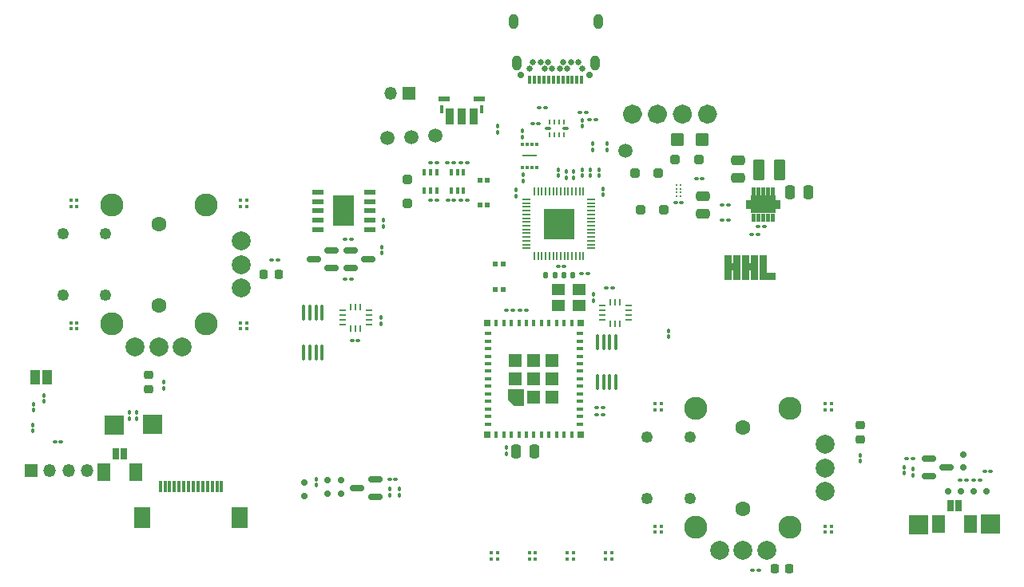
<source format=gbr>
G04 #@! TF.GenerationSoftware,KiCad,Pcbnew,8.0.2*
G04 #@! TF.CreationDate,2024-10-26T14:53:53-07:00*
G04 #@! TF.ProjectId,progcc_3.2_main,70726f67-6363-45f3-932e-325f6d61696e,1*
G04 #@! TF.SameCoordinates,Original*
G04 #@! TF.FileFunction,Soldermask,Top*
G04 #@! TF.FilePolarity,Negative*
%FSLAX46Y46*%
G04 Gerber Fmt 4.6, Leading zero omitted, Abs format (unit mm)*
G04 Created by KiCad (PCBNEW 8.0.2) date 2024-10-26 14:53:53*
%MOMM*%
%LPD*%
G01*
G04 APERTURE LIST*
G04 Aperture macros list*
%AMRoundRect*
0 Rectangle with rounded corners*
0 $1 Rounding radius*
0 $2 $3 $4 $5 $6 $7 $8 $9 X,Y pos of 4 corners*
0 Add a 4 corners polygon primitive as box body*
4,1,4,$2,$3,$4,$5,$6,$7,$8,$9,$2,$3,0*
0 Add four circle primitives for the rounded corners*
1,1,$1+$1,$2,$3*
1,1,$1+$1,$4,$5*
1,1,$1+$1,$6,$7*
1,1,$1+$1,$8,$9*
0 Add four rect primitives between the rounded corners*
20,1,$1+$1,$2,$3,$4,$5,0*
20,1,$1+$1,$4,$5,$6,$7,0*
20,1,$1+$1,$6,$7,$8,$9,0*
20,1,$1+$1,$8,$9,$2,$3,0*%
G04 Aperture macros list end*
%ADD10C,1.050000*%
%ADD11C,0.025000*%
%ADD12C,0.010000*%
%ADD13RoundRect,0.100000X-0.130000X-0.100000X0.130000X-0.100000X0.130000X0.100000X-0.130000X0.100000X0*%
%ADD14RoundRect,0.250000X-0.250000X-0.475000X0.250000X-0.475000X0.250000X0.475000X-0.250000X0.475000X0*%
%ADD15O,0.400000X0.900000*%
%ADD16R,0.950000X1.700000*%
%ADD17R,0.900000X1.700000*%
%ADD18R,1.200000X0.600000*%
%ADD19RoundRect,0.100000X-0.100000X0.130000X-0.100000X-0.130000X0.100000X-0.130000X0.100000X0.130000X0*%
%ADD20RoundRect,0.150000X-0.150000X-0.200000X0.150000X-0.200000X0.150000X0.200000X-0.150000X0.200000X0*%
%ADD21R,0.370000X0.370000*%
%ADD22RoundRect,0.250000X0.475000X-0.250000X0.475000X0.250000X-0.475000X0.250000X-0.475000X-0.250000X0*%
%ADD23RoundRect,0.100000X0.100000X-0.130000X0.100000X0.130000X-0.100000X0.130000X-0.100000X-0.130000X0*%
%ADD24RoundRect,0.100000X0.100000X-0.712500X0.100000X0.712500X-0.100000X0.712500X-0.100000X-0.712500X0*%
%ADD25RoundRect,0.225000X-0.250000X0.225000X-0.250000X-0.225000X0.250000X-0.225000X0.250000X0.225000X0*%
%ADD26R,0.400000X0.650000*%
%ADD27RoundRect,0.225000X0.225000X0.250000X-0.225000X0.250000X-0.225000X-0.250000X0.225000X-0.250000X0*%
%ADD28RoundRect,0.250000X0.250000X0.250000X-0.250000X0.250000X-0.250000X-0.250000X0.250000X-0.250000X0*%
%ADD29RoundRect,0.100000X0.130000X0.100000X-0.130000X0.100000X-0.130000X-0.100000X0.130000X-0.100000X0*%
%ADD30R,2.000000X2.000000*%
%ADD31RoundRect,0.050000X-0.387500X-0.050000X0.387500X-0.050000X0.387500X0.050000X-0.387500X0.050000X0*%
%ADD32RoundRect,0.050000X-0.050000X-0.387500X0.050000X-0.387500X0.050000X0.387500X-0.050000X0.387500X0*%
%ADD33R,3.200000X3.200000*%
%ADD34C,1.500000*%
%ADD35R,0.400000X0.800000*%
%ADD36R,0.800000X0.400000*%
%ADD37R,1.450000X1.450000*%
%ADD38R,0.700000X0.700000*%
%ADD39RoundRect,0.250000X-0.250000X-0.250000X0.250000X-0.250000X0.250000X0.250000X-0.250000X0.250000X0*%
%ADD40RoundRect,0.150000X0.150000X0.200000X-0.150000X0.200000X-0.150000X-0.200000X0.150000X-0.200000X0*%
%ADD41RoundRect,0.150000X-0.587500X-0.150000X0.587500X-0.150000X0.587500X0.150000X-0.587500X0.150000X0*%
%ADD42C,0.230000*%
%ADD43RoundRect,0.102000X-0.250000X-0.500000X0.250000X-0.500000X0.250000X0.500000X-0.250000X0.500000X0*%
%ADD44RoundRect,0.102000X-0.600000X-0.850000X0.600000X-0.850000X0.600000X0.850000X-0.600000X0.850000X0*%
%ADD45R,0.300000X0.400000*%
%ADD46R,1.600000X0.200000*%
%ADD47RoundRect,0.225000X-0.225000X-0.250000X0.225000X-0.250000X0.225000X0.250000X-0.225000X0.250000X0*%
%ADD48RoundRect,0.250000X-0.450000X-0.425000X0.450000X-0.425000X0.450000X0.425000X-0.450000X0.425000X0*%
%ADD49R,1.000000X1.500000*%
%ADD50R,1.350000X1.350000*%
%ADD51O,1.350000X1.350000*%
%ADD52R,1.400000X1.200000*%
%ADD53RoundRect,0.140000X0.140000X0.170000X-0.140000X0.170000X-0.140000X-0.170000X0.140000X-0.170000X0*%
%ADD54R,1.300000X0.600000*%
%ADD55R,2.300000X3.200000*%
%ADD56C,2.450000*%
%ADD57C,1.600000*%
%ADD58C,1.250000*%
%ADD59C,2.000000*%
%ADD60RoundRect,0.150000X0.587500X0.150000X-0.587500X0.150000X-0.587500X-0.150000X0.587500X-0.150000X0*%
%ADD61R,0.500000X0.550000*%
%ADD62RoundRect,0.140000X-0.140000X-0.170000X0.140000X-0.170000X0.140000X0.170000X-0.140000X0.170000X0*%
%ADD63R,0.300000X1.300000*%
%ADD64R,1.800000X2.200000*%
%ADD65C,0.700000*%
%ADD66R,0.300000X0.900000*%
%ADD67C,0.650000*%
%ADD68O,1.000000X1.600000*%
%ADD69RoundRect,0.050000X0.075000X-0.225000X0.075000X0.225000X-0.075000X0.225000X-0.075000X-0.225000X0*%
%ADD70RoundRect,0.050000X0.050000X-0.225000X0.050000X0.225000X-0.050000X0.225000X-0.050000X-0.225000X0*%
%ADD71RoundRect,0.050000X0.250000X-0.100000X0.250000X0.100000X-0.250000X0.100000X-0.250000X-0.100000X0*%
%ADD72RoundRect,0.150000X-0.200000X0.150000X-0.200000X-0.150000X0.200000X-0.150000X0.200000X0.150000X0*%
%ADD73R,0.745000X0.280000*%
%ADD74R,0.280000X0.745000*%
%ADD75RoundRect,0.150000X0.200000X-0.150000X0.200000X0.150000X-0.200000X0.150000X-0.200000X-0.150000X0*%
%ADD76RoundRect,0.250000X-0.375000X-0.850000X0.375000X-0.850000X0.375000X0.850000X-0.375000X0.850000X0*%
%ADD77RoundRect,0.250000X-0.250000X0.250000X-0.250000X-0.250000X0.250000X-0.250000X0.250000X0.250000X0*%
%ADD78RoundRect,0.250000X-0.475000X0.250000X-0.475000X-0.250000X0.475000X-0.250000X0.475000X0.250000X0*%
G04 APERTURE END LIST*
D10*
X149758400Y-102463600D02*
G75*
G02*
X148708400Y-102463600I-525000J0D01*
G01*
X148708400Y-102463600D02*
G75*
G02*
X149758400Y-102463600I525000J0D01*
G01*
X152408400Y-102463600D02*
G75*
G02*
X151358400Y-102463600I-525000J0D01*
G01*
X151358400Y-102463600D02*
G75*
G02*
X152408400Y-102463600I525000J0D01*
G01*
X147108400Y-102463600D02*
G75*
G02*
X146058400Y-102463600I-525000J0D01*
G01*
X146058400Y-102463600D02*
G75*
G02*
X147108400Y-102463600I525000J0D01*
G01*
X155058400Y-102463600D02*
G75*
G02*
X154008400Y-102463600I-525000J0D01*
G01*
X154008400Y-102463600D02*
G75*
G02*
X155058400Y-102463600I525000J0D01*
G01*
D11*
X160727911Y-119284910D02*
X161681866Y-119284910D01*
X161681866Y-119954279D01*
X160095252Y-119954279D01*
X160095252Y-117401107D01*
X160727911Y-117401107D01*
X160727911Y-119284910D01*
G36*
X160727911Y-119284910D02*
G01*
X161681866Y-119284910D01*
X161681866Y-119954279D01*
X160095252Y-119954279D01*
X160095252Y-117401107D01*
X160727911Y-117401107D01*
X160727911Y-119284910D01*
G37*
X157961777Y-119954279D02*
X157280916Y-119954279D01*
X157280916Y-118986157D01*
X157041260Y-118986157D01*
X157041260Y-119954279D01*
X156355960Y-119954279D01*
X156355960Y-117401627D01*
X157038974Y-117401107D01*
X157038974Y-118323909D01*
X157280916Y-118323909D01*
X157280916Y-117401107D01*
X157961777Y-117401107D01*
X157961777Y-119954279D01*
G36*
X157961777Y-119954279D02*
G01*
X157280916Y-119954279D01*
X157280916Y-118986157D01*
X157041260Y-118986157D01*
X157041260Y-119954279D01*
X156355960Y-119954279D01*
X156355960Y-117401627D01*
X157038974Y-117401107D01*
X157038974Y-118323909D01*
X157280916Y-118323909D01*
X157280916Y-117401107D01*
X157961777Y-117401107D01*
X157961777Y-119954279D01*
G37*
X159811777Y-119954279D02*
X159130916Y-119954279D01*
X159130916Y-118986157D01*
X158891260Y-118986157D01*
X158891260Y-119954279D01*
X158205960Y-119954279D01*
X158205960Y-117401627D01*
X158888974Y-117401107D01*
X158888974Y-118323909D01*
X159130916Y-118323909D01*
X159130916Y-117401107D01*
X159811777Y-117401107D01*
X159811777Y-119954279D01*
G36*
X159811777Y-119954279D02*
G01*
X159130916Y-119954279D01*
X159130916Y-118986157D01*
X158891260Y-118986157D01*
X158891260Y-119954279D01*
X158205960Y-119954279D01*
X158205960Y-117401627D01*
X158888974Y-117401107D01*
X158888974Y-118323909D01*
X159130916Y-118323909D01*
X159130916Y-117401107D01*
X159811777Y-117401107D01*
X159811777Y-119954279D01*
G37*
D12*
X135019200Y-133323800D02*
X133969200Y-133323800D01*
X133369200Y-132723800D01*
X133369200Y-131673800D01*
X135019200Y-131673800D01*
X135019200Y-133323800D01*
G36*
X135019200Y-133323800D02*
G01*
X133969200Y-133323800D01*
X133369200Y-132723800D01*
X133369200Y-131673800D01*
X135019200Y-131673800D01*
X135019200Y-133323800D01*
G37*
X159590000Y-110970000D02*
X159210000Y-110970000D01*
X159210000Y-110230000D01*
X159590000Y-110230000D01*
X159590000Y-110970000D01*
G36*
X159590000Y-110970000D02*
G01*
X159210000Y-110970000D01*
X159210000Y-110230000D01*
X159590000Y-110230000D01*
X159590000Y-110970000D01*
G37*
X159590000Y-113770000D02*
X159210000Y-113770000D01*
X159210000Y-113030000D01*
X159590000Y-113030000D01*
X159590000Y-113770000D01*
G36*
X159590000Y-113770000D02*
G01*
X159210000Y-113770000D01*
X159210000Y-113030000D01*
X159590000Y-113030000D01*
X159590000Y-113770000D01*
G37*
X160090000Y-110970000D02*
X159710000Y-110970000D01*
X159710000Y-110230000D01*
X160090000Y-110230000D01*
X160090000Y-110970000D01*
G36*
X160090000Y-110970000D02*
G01*
X159710000Y-110970000D01*
X159710000Y-110230000D01*
X160090000Y-110230000D01*
X160090000Y-110970000D01*
G37*
X160090000Y-113770000D02*
X159710000Y-113770000D01*
X159710000Y-113030000D01*
X160090000Y-113030000D01*
X160090000Y-113770000D01*
G36*
X160090000Y-113770000D02*
G01*
X159710000Y-113770000D01*
X159710000Y-113030000D01*
X160090000Y-113030000D01*
X160090000Y-113770000D01*
G37*
X160590000Y-110970000D02*
X160210000Y-110970000D01*
X160210000Y-110230000D01*
X160590000Y-110230000D01*
X160590000Y-110970000D01*
G36*
X160590000Y-110970000D02*
G01*
X160210000Y-110970000D01*
X160210000Y-110230000D01*
X160590000Y-110230000D01*
X160590000Y-110970000D01*
G37*
X160590000Y-113770000D02*
X160210000Y-113770000D01*
X160210000Y-113030000D01*
X160590000Y-113030000D01*
X160590000Y-113770000D01*
G36*
X160590000Y-113770000D02*
G01*
X160210000Y-113770000D01*
X160210000Y-113030000D01*
X160590000Y-113030000D01*
X160590000Y-113770000D01*
G37*
X161090000Y-110970000D02*
X160710000Y-110970000D01*
X160710000Y-110230000D01*
X161090000Y-110230000D01*
X161090000Y-110970000D01*
G36*
X161090000Y-110970000D02*
G01*
X160710000Y-110970000D01*
X160710000Y-110230000D01*
X161090000Y-110230000D01*
X161090000Y-110970000D01*
G37*
X161090000Y-113770000D02*
X160710000Y-113770000D01*
X160710000Y-113030000D01*
X161090000Y-113030000D01*
X161090000Y-113770000D01*
G36*
X161090000Y-113770000D02*
G01*
X160710000Y-113770000D01*
X160710000Y-113030000D01*
X161090000Y-113030000D01*
X161090000Y-113770000D01*
G37*
X161590000Y-110970000D02*
X161210000Y-110970000D01*
X161210000Y-110230000D01*
X161590000Y-110230000D01*
X161590000Y-110970000D01*
G36*
X161590000Y-110970000D02*
G01*
X161210000Y-110970000D01*
X161210000Y-110230000D01*
X161590000Y-110230000D01*
X161590000Y-110970000D01*
G37*
X161590000Y-113770000D02*
X161210000Y-113770000D01*
X161210000Y-113030000D01*
X161590000Y-113030000D01*
X161590000Y-113770000D01*
G36*
X161590000Y-113770000D02*
G01*
X161210000Y-113770000D01*
X161210000Y-113030000D01*
X161590000Y-113030000D01*
X161590000Y-113770000D01*
G37*
X161670000Y-111555000D02*
X162170000Y-111555000D01*
X162170000Y-111945000D01*
X161670000Y-111945000D01*
X161670000Y-112055000D01*
X162170000Y-112055000D01*
X162170000Y-112445000D01*
X161670000Y-112445000D01*
X161670000Y-112895000D01*
X159130000Y-112895000D01*
X159130000Y-112445000D01*
X158630000Y-112445000D01*
X158630000Y-112055000D01*
X159130000Y-112055000D01*
X159130000Y-111945000D01*
X158630000Y-111945000D01*
X158630000Y-111555000D01*
X159130000Y-111555000D01*
X159130000Y-111105000D01*
X161670000Y-111105000D01*
X161670000Y-111555000D01*
G36*
X161670000Y-111555000D02*
G01*
X162170000Y-111555000D01*
X162170000Y-111945000D01*
X161670000Y-111945000D01*
X161670000Y-112055000D01*
X162170000Y-112055000D01*
X162170000Y-112445000D01*
X161670000Y-112445000D01*
X161670000Y-112895000D01*
X159130000Y-112895000D01*
X159130000Y-112445000D01*
X158630000Y-112445000D01*
X158630000Y-112055000D01*
X159130000Y-112055000D01*
X159130000Y-111945000D01*
X158630000Y-111945000D01*
X158630000Y-111555000D01*
X159130000Y-111555000D01*
X159130000Y-111105000D01*
X161670000Y-111105000D01*
X161670000Y-111555000D01*
G37*
D13*
X85360000Y-137280000D03*
X86000000Y-137280000D03*
D14*
X163320000Y-110770000D03*
X165220000Y-110770000D03*
D15*
X126333519Y-101965000D03*
X130633519Y-101965000D03*
D16*
X127208519Y-102740000D03*
D17*
X128483519Y-102740000D03*
D16*
X129758519Y-102740000D03*
D18*
X126583519Y-100840000D03*
X130383519Y-100840000D03*
D19*
X139611100Y-108543094D03*
X139611100Y-109183094D03*
D20*
X181421000Y-142494000D03*
X180021000Y-142494000D03*
D21*
X166985200Y-133857000D03*
X167655200Y-133857000D03*
X167655200Y-133187000D03*
X166985200Y-133187000D03*
D19*
X119931628Y-124035987D03*
X119931628Y-124675987D03*
D13*
X156120000Y-113670000D03*
X156760000Y-113670000D03*
D22*
X154080000Y-113070000D03*
X154080000Y-111170000D03*
D23*
X170739623Y-139288477D03*
X170739623Y-138648477D03*
D19*
X142350000Y-105580000D03*
X142350000Y-106220000D03*
D24*
X111750200Y-127791700D03*
X112400200Y-127791700D03*
X113050200Y-127791700D03*
X113700200Y-127791700D03*
X113700200Y-123566700D03*
X113050200Y-123566700D03*
X112400200Y-123566700D03*
X111750200Y-123566700D03*
D25*
X95317457Y-130105391D03*
X95317457Y-131655391D03*
D26*
X124546600Y-110556100D03*
X125196600Y-110556100D03*
X125846600Y-110556100D03*
X125846600Y-108656100D03*
X125196600Y-108656100D03*
X124546600Y-108656100D03*
D23*
X150418800Y-126100800D03*
X150418800Y-125460800D03*
D20*
X115685800Y-142773400D03*
X114285800Y-142773400D03*
D13*
X120838000Y-141224000D03*
X121478000Y-141224000D03*
X142807000Y-133583600D03*
X143447000Y-133583600D03*
D27*
X163225004Y-150698757D03*
X161675004Y-150698757D03*
D21*
X87042000Y-112267600D03*
X87712000Y-112267600D03*
X87712000Y-111597600D03*
X87042000Y-111597600D03*
D28*
X149352626Y-108746930D03*
X146852626Y-108746930D03*
D29*
X127660800Y-111612700D03*
X127020800Y-111612700D03*
D13*
X183931600Y-140411200D03*
X184571600Y-140411200D03*
D23*
X134950900Y-104884294D03*
X134950900Y-104244294D03*
D30*
X176936400Y-146021300D03*
D23*
X113055400Y-141848800D03*
X113055400Y-141208800D03*
D31*
X135348200Y-111508094D03*
X135348200Y-111908094D03*
X135348200Y-112308094D03*
X135348200Y-112708094D03*
X135348200Y-113108094D03*
X135348200Y-113508094D03*
X135348200Y-113908094D03*
X135348200Y-114308094D03*
X135348200Y-114708094D03*
X135348200Y-115108094D03*
X135348200Y-115508094D03*
X135348200Y-115908094D03*
X135348200Y-116308094D03*
X135348200Y-116708094D03*
D32*
X136185700Y-117545594D03*
X136585700Y-117545594D03*
X136985700Y-117545594D03*
X137385700Y-117545594D03*
X137785700Y-117545594D03*
X138185700Y-117545594D03*
X138585700Y-117545594D03*
X138985700Y-117545594D03*
X139385700Y-117545594D03*
X139785700Y-117545594D03*
X140185700Y-117545594D03*
X140585700Y-117545594D03*
X140985700Y-117545594D03*
X141385700Y-117545594D03*
D31*
X142223200Y-116708094D03*
X142223200Y-116308094D03*
X142223200Y-115908094D03*
X142223200Y-115508094D03*
X142223200Y-115108094D03*
X142223200Y-114708094D03*
X142223200Y-114308094D03*
X142223200Y-113908094D03*
X142223200Y-113508094D03*
X142223200Y-113108094D03*
X142223200Y-112708094D03*
X142223200Y-112308094D03*
X142223200Y-111908094D03*
X142223200Y-111508094D03*
D32*
X141385700Y-110670594D03*
X140985700Y-110670594D03*
X140585700Y-110670594D03*
X140185700Y-110670594D03*
X139785700Y-110670594D03*
X139385700Y-110670594D03*
X138985700Y-110670594D03*
X138585700Y-110670594D03*
X138185700Y-110670594D03*
X137785700Y-110670594D03*
X137385700Y-110670594D03*
X136985700Y-110670594D03*
X136585700Y-110670594D03*
X136185700Y-110670594D03*
D33*
X138785700Y-114108094D03*
D21*
X105042000Y-125267600D03*
X105712000Y-125267600D03*
X105712000Y-124597600D03*
X105042000Y-124597600D03*
D34*
X145872200Y-106324400D03*
D35*
X132144200Y-136448800D03*
X132944200Y-136448800D03*
X133744200Y-136448800D03*
X134544200Y-136448800D03*
X135344200Y-136448800D03*
X136144200Y-136448800D03*
X136944200Y-136448800D03*
X137744200Y-136448800D03*
X138544200Y-136448800D03*
X139344200Y-136448800D03*
X140144200Y-136448800D03*
D36*
X141044200Y-135348800D03*
X141044200Y-134548800D03*
X141044200Y-133748800D03*
X141044200Y-132948800D03*
X141044200Y-132148800D03*
X141044200Y-131348800D03*
X141044200Y-130548800D03*
X141044200Y-129748800D03*
X141044200Y-128948800D03*
X141044200Y-128148800D03*
X141044200Y-127348800D03*
X141044200Y-126548800D03*
X141044200Y-125748800D03*
D35*
X140144200Y-124648800D03*
X139344200Y-124648800D03*
X138544200Y-124648800D03*
X137744200Y-124648800D03*
X136944200Y-124648800D03*
X136144200Y-124648800D03*
X135344200Y-124648800D03*
X134544200Y-124648800D03*
X133744200Y-124648800D03*
X132944200Y-124648800D03*
X132144200Y-124648800D03*
D36*
X131244200Y-125748800D03*
X131244200Y-126548800D03*
X131244200Y-127348800D03*
X131244200Y-128148800D03*
X131244200Y-128948800D03*
X131244200Y-129748800D03*
X131244200Y-130548800D03*
X131244200Y-131348800D03*
X131244200Y-132148800D03*
X131244200Y-132948800D03*
X131244200Y-133748800D03*
X131244200Y-134548800D03*
X131244200Y-135348800D03*
D37*
X136144200Y-130548800D03*
D38*
X131194200Y-124598800D03*
X141094200Y-124598800D03*
X141094200Y-136498800D03*
X131194200Y-136498800D03*
D37*
X136144200Y-132498800D03*
X138094200Y-132498800D03*
X138094200Y-130548800D03*
X138094200Y-128598800D03*
X136144200Y-128598800D03*
X134194200Y-128598800D03*
X134194200Y-130548800D03*
D23*
X142151100Y-108977294D03*
X142151100Y-108337294D03*
D13*
X125206800Y-111612700D03*
X125846800Y-111612700D03*
D39*
X147441600Y-112649000D03*
X149941600Y-112649000D03*
D30*
X91623896Y-135440000D03*
D19*
X175412400Y-139938800D03*
X175412400Y-140578800D03*
D21*
X143746226Y-149724357D03*
X144416226Y-149724357D03*
X144416226Y-149054357D03*
X143746226Y-149054357D03*
D28*
X153599200Y-107238800D03*
X151099200Y-107238800D03*
D40*
X182738800Y-142494000D03*
X184138800Y-142494000D03*
D23*
X134251700Y-111164294D03*
X134251700Y-110524294D03*
D41*
X178005500Y-139015300D03*
X178005500Y-140915300D03*
X179880500Y-139965300D03*
D34*
X123164600Y-104927400D03*
D19*
X141274800Y-103108800D03*
X141274800Y-103748800D03*
D13*
X125181400Y-107599500D03*
X125821400Y-107599500D03*
D23*
X176326800Y-140807400D03*
X176326800Y-140167400D03*
X93268800Y-134762200D03*
X93268800Y-134122200D03*
D29*
X143447000Y-134396400D03*
X142807000Y-134396400D03*
D19*
X120853200Y-142275600D03*
X120853200Y-142915600D03*
D13*
X116143023Y-119981101D03*
X116783023Y-119981101D03*
X156120000Y-112140000D03*
X156760000Y-112140000D03*
D29*
X117509690Y-126478122D03*
X116869690Y-126478122D03*
D19*
X140322300Y-108543094D03*
X140322300Y-109183094D03*
X94056200Y-134122200D03*
X94056200Y-134762200D03*
D42*
X151288800Y-109969400D03*
X151688800Y-109969400D03*
X151288800Y-110369400D03*
X151688800Y-110369400D03*
X151288800Y-110769400D03*
X151688800Y-110769400D03*
X151288800Y-111169400D03*
X151688800Y-111169400D03*
D43*
X91840000Y-138495000D03*
X92640000Y-138495000D03*
D44*
X90540000Y-140445000D03*
X93940000Y-140445000D03*
D45*
X134949500Y-108081894D03*
X135449500Y-108081894D03*
X135949500Y-108081894D03*
X136449500Y-108081894D03*
X136449500Y-105681894D03*
X135949500Y-105681894D03*
X135449500Y-105681894D03*
X134949500Y-105681894D03*
D46*
X135699500Y-106881894D03*
D47*
X107506309Y-119497056D03*
X109056309Y-119497056D03*
D43*
X180330000Y-144055000D03*
X181130000Y-144055000D03*
D44*
X179030000Y-146005000D03*
X182430000Y-146005000D03*
D13*
X142072400Y-103073200D03*
X142712400Y-103073200D03*
D48*
X151304000Y-105130600D03*
X154004000Y-105130600D03*
D21*
X148985200Y-146857000D03*
X149655200Y-146857000D03*
X149655200Y-146187000D03*
X148985200Y-146187000D03*
D41*
X116744723Y-116922901D03*
X116744723Y-118822901D03*
X118619723Y-117872901D03*
D49*
X83271600Y-130352800D03*
X84571600Y-130352800D03*
D19*
X142460000Y-121610000D03*
X142460000Y-122250000D03*
D50*
X82810000Y-140310000D03*
D51*
X84810000Y-140310000D03*
X86810000Y-140310000D03*
X88810000Y-140310000D03*
D13*
X136738400Y-101752400D03*
X137378400Y-101752400D03*
D23*
X134975600Y-109564094D03*
X134975600Y-108924094D03*
D13*
X116132423Y-115764701D03*
X116772423Y-115764701D03*
D52*
X138690000Y-122770000D03*
X140890000Y-122770000D03*
X140890000Y-121070000D03*
X138690000Y-121070000D03*
D23*
X143471900Y-111037294D03*
X143471900Y-110397294D03*
D21*
X105042000Y-112267600D03*
X105712000Y-112267600D03*
X105712000Y-111597600D03*
X105042000Y-111597600D03*
D29*
X136641800Y-103505000D03*
X136001800Y-103505000D03*
D14*
X134279600Y-138226800D03*
X136179600Y-138226800D03*
D25*
X170738456Y-135439581D03*
X170738456Y-136989581D03*
D53*
X138370000Y-119540000D03*
X137410000Y-119540000D03*
D19*
X84175600Y-132329400D03*
X84175600Y-132969400D03*
D21*
X166985200Y-146857000D03*
X167655200Y-146857000D03*
X167655200Y-146187000D03*
X166985200Y-146187000D03*
D26*
X127391400Y-110556100D03*
X128041400Y-110556100D03*
X128691400Y-110556100D03*
X128691400Y-108656100D03*
X128041400Y-108656100D03*
X127391400Y-108656100D03*
D54*
X113227302Y-110726102D03*
X113227302Y-111726102D03*
X113227302Y-112726102D03*
X113227302Y-113726102D03*
X113227302Y-114726102D03*
X118727302Y-114726102D03*
X118727302Y-113726102D03*
X118727302Y-112726102D03*
X118727302Y-111726102D03*
X118727302Y-110726102D03*
D55*
X115977302Y-112726102D03*
D13*
X159325629Y-150847756D03*
X159965629Y-150847756D03*
D56*
X153320200Y-133697000D03*
X153320200Y-146347000D03*
D57*
X158320200Y-135722000D03*
X158320200Y-144322000D03*
D56*
X163320200Y-133697000D03*
X163320200Y-146347000D03*
D58*
X152670200Y-136772000D03*
X152670200Y-143272000D03*
X148170200Y-136772000D03*
X148170200Y-143272000D03*
D59*
X155820200Y-148722000D03*
X158320200Y-148722000D03*
X160820200Y-148722000D03*
X167020200Y-142522000D03*
X167020200Y-140022000D03*
X167020200Y-137522000D03*
D60*
X114708123Y-118822901D03*
X114708123Y-116922901D03*
X112833123Y-117872901D03*
D29*
X133873200Y-123266200D03*
X133233200Y-123266200D03*
D61*
X130435400Y-112119800D03*
X131235400Y-112119800D03*
X130435400Y-109469800D03*
X131235400Y-109469800D03*
D13*
X181315400Y-141300200D03*
X181955400Y-141300200D03*
X108365401Y-117977059D03*
X109005401Y-117977059D03*
X143830000Y-120950000D03*
X144470000Y-120950000D03*
D19*
X143065500Y-108337294D03*
X143065500Y-108977294D03*
D13*
X153353200Y-109274000D03*
X153993200Y-109274000D03*
D29*
X141840000Y-119420000D03*
X141200000Y-119420000D03*
D60*
X119301500Y-143088400D03*
X119301500Y-141188400D03*
X117426500Y-142138400D03*
D19*
X120225902Y-113736302D03*
X120225902Y-114376302D03*
D13*
X182788600Y-141300200D03*
X183428600Y-141300200D03*
D19*
X138747500Y-108339894D03*
X138747500Y-108979894D03*
D50*
X122920000Y-100228400D03*
D51*
X120920000Y-100228400D03*
D21*
X135646226Y-149724357D03*
X136316226Y-149724357D03*
X136316226Y-149054357D03*
X135646226Y-149054357D03*
D62*
X139290000Y-119540000D03*
X140250000Y-119540000D03*
D34*
X120599200Y-104952800D03*
D19*
X141236700Y-108339894D03*
X141236700Y-108979894D03*
D63*
X96540000Y-142030000D03*
X97040000Y-142030000D03*
X97540000Y-142030000D03*
X98040000Y-142030000D03*
X98540000Y-142030000D03*
X99040000Y-142030000D03*
X99540000Y-142030000D03*
X100040000Y-142030000D03*
X100540000Y-142030000D03*
X101040000Y-142030000D03*
X101540000Y-142030000D03*
X102040000Y-142030000D03*
X102540000Y-142030000D03*
X103040000Y-142030000D03*
D64*
X94640000Y-145280000D03*
X104940000Y-145280000D03*
D34*
X125679200Y-104724200D03*
D19*
X83075375Y-133229089D03*
X83075375Y-133869089D03*
D29*
X127624800Y-107599500D03*
X126984800Y-107599500D03*
D65*
X142060000Y-98275000D03*
X134710000Y-98275000D03*
D66*
X141210000Y-98835000D03*
X140710000Y-98835000D03*
X140210000Y-98835000D03*
X139710000Y-98835000D03*
X139210000Y-98835000D03*
X138710000Y-98835000D03*
X138210000Y-98835000D03*
X137710000Y-98835000D03*
X137210000Y-98835000D03*
X136710000Y-98835000D03*
X136210000Y-98835000D03*
X135710000Y-98835000D03*
D67*
X135660000Y-97625000D03*
X136060000Y-96925000D03*
X136860000Y-96925000D03*
X137260000Y-97625000D03*
X137660000Y-96925000D03*
X138060000Y-97625000D03*
X138860000Y-97625000D03*
X139260000Y-96925000D03*
X139660000Y-97625000D03*
X140060000Y-96925000D03*
X140860000Y-96925000D03*
X141260000Y-97625000D03*
D68*
X142950000Y-92635000D03*
X142590000Y-97025000D03*
X134330000Y-97025000D03*
X133970000Y-92635000D03*
D69*
X137807000Y-104688000D03*
D70*
X138307000Y-104688000D03*
X138807000Y-104688000D03*
D69*
X139307000Y-104688000D03*
D71*
X139457000Y-104013000D03*
D69*
X139307000Y-103338000D03*
D70*
X138807000Y-103338000D03*
X138307000Y-103338000D03*
D69*
X137807000Y-103338000D03*
D71*
X137657000Y-104013000D03*
D24*
X142865200Y-130915900D03*
X143515200Y-130915900D03*
X144165200Y-130915900D03*
X144815200Y-130915900D03*
X144815200Y-126690900D03*
X144165200Y-126690900D03*
X143515200Y-126690900D03*
X142865200Y-126690900D03*
D61*
X132861000Y-118385200D03*
X132061000Y-118385200D03*
X132861000Y-121035200D03*
X132061000Y-121035200D03*
D72*
X181635400Y-139968200D03*
X181635400Y-138568200D03*
D40*
X114285800Y-141300200D03*
X115685800Y-141300200D03*
D13*
X128432600Y-107599500D03*
X129072600Y-107599500D03*
X138710000Y-118630000D03*
X139350000Y-118630000D03*
D19*
X96933652Y-130932363D03*
X96933652Y-131572363D03*
D23*
X133248400Y-138521400D03*
X133248400Y-137881400D03*
D21*
X87042000Y-125267600D03*
X87712000Y-125267600D03*
X87712000Y-124597600D03*
X87042000Y-124597600D03*
D73*
X146159800Y-124295600D03*
X146159800Y-123795600D03*
X146159800Y-123295600D03*
X146159800Y-122795600D03*
D74*
X145261800Y-122397600D03*
X144761800Y-122397600D03*
X144261800Y-122397600D03*
D73*
X143363800Y-122795600D03*
X143363800Y-123295600D03*
X143363800Y-123795600D03*
X143363800Y-124295600D03*
D74*
X144261800Y-124693600D03*
X144761800Y-124693600D03*
X145261800Y-124693600D03*
D75*
X111785400Y-141590800D03*
X111785400Y-142990800D03*
D13*
X128443200Y-111612700D03*
X129083200Y-111612700D03*
D19*
X143870000Y-105580000D03*
X143870000Y-106220000D03*
D13*
X151143400Y-111864800D03*
X151783400Y-111864800D03*
D21*
X131596226Y-149724357D03*
X132266226Y-149724357D03*
X132266226Y-149054357D03*
X131596226Y-149054357D03*
D73*
X115841200Y-123303600D03*
X115841200Y-123803600D03*
X115841200Y-124303600D03*
X115841200Y-124803600D03*
D74*
X116739200Y-125201600D03*
X117239200Y-125201600D03*
X117739200Y-125201600D03*
D73*
X118637200Y-124803600D03*
X118637200Y-124303600D03*
X118637200Y-123803600D03*
X118637200Y-123303600D03*
D74*
X117739200Y-122905600D03*
X117239200Y-122905600D03*
X116739200Y-122905600D03*
D76*
X160015000Y-108340000D03*
X162165000Y-108340000D03*
D19*
X132257800Y-103718400D03*
X132257800Y-104358400D03*
D56*
X91377000Y-112107600D03*
X91377000Y-124757600D03*
D57*
X96377000Y-114132600D03*
X96377000Y-122732600D03*
D56*
X101377000Y-112107600D03*
X101377000Y-124757600D03*
D58*
X90727000Y-115182600D03*
X90727000Y-121682600D03*
X86227000Y-115182600D03*
X86227000Y-121682600D03*
D59*
X93877000Y-127132600D03*
X96377000Y-127132600D03*
X98877000Y-127132600D03*
X105077000Y-120932600D03*
X105077000Y-118432600D03*
X105077000Y-115932600D03*
D29*
X160538077Y-114402950D03*
X159898077Y-114402950D03*
D77*
X122758200Y-109392400D03*
X122758200Y-111892400D03*
D23*
X83003941Y-136079076D03*
X83003941Y-135439076D03*
D13*
X159258348Y-115214226D03*
X159898348Y-115214226D03*
D21*
X148985200Y-133857000D03*
X149655200Y-133857000D03*
X149655200Y-133187000D03*
X148985200Y-133187000D03*
X139696226Y-149724357D03*
X140366226Y-149724357D03*
X140366226Y-149054357D03*
X139696226Y-149054357D03*
D23*
X121894600Y-142915600D03*
X121894600Y-142275600D03*
D30*
X95740000Y-135410000D03*
X184556400Y-145995900D03*
D13*
X175676600Y-138988800D03*
X176316600Y-138988800D03*
D78*
X157782026Y-107324670D03*
X157782026Y-109224670D03*
D13*
X141056400Y-102311200D03*
X141696400Y-102311200D03*
D19*
X120019023Y-116562301D03*
X120019023Y-117202301D03*
D29*
X135346400Y-123266200D03*
X134706400Y-123266200D03*
M02*

</source>
